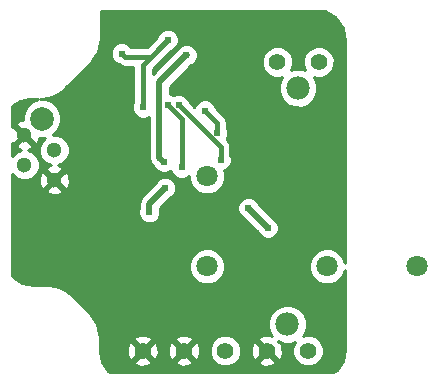
<source format=gbr>
G04 #@! TF.FileFunction,Copper,L2,Bot,Signal*
%FSLAX46Y46*%
G04 Gerber Fmt 4.6, Leading zero omitted, Abs format (unit mm)*
G04 Created by KiCad (PCBNEW 4.0.7-e2-6376~58~ubuntu16.04.1) date Fri Apr  6 19:10:20 2018*
%MOMM*%
%LPD*%
G01*
G04 APERTURE LIST*
%ADD10C,0.100000*%
%ADD11C,1.397000*%
%ADD12C,1.981000*%
%ADD13C,1.800000*%
%ADD14C,1.300000*%
%ADD15C,2.000000*%
%ADD16C,0.609600*%
%ADD17C,0.508000*%
%ADD18C,0.381000*%
%ADD19C,0.254000*%
G04 APERTURE END LIST*
D10*
D11*
X166870260Y-96019620D03*
X163370260Y-96019620D03*
D12*
X165120260Y-98249620D03*
D13*
X157416500Y-113317020D03*
X167576500Y-113317020D03*
X175196500Y-113317020D03*
X157416500Y-105697020D03*
D11*
X162463120Y-120462040D03*
X165963120Y-120462040D03*
D12*
X164213120Y-118232040D03*
D11*
X158963120Y-120462040D03*
X155463120Y-120462040D03*
X151963120Y-120462040D03*
D14*
X141945360Y-104749600D03*
X141945360Y-102209600D03*
X144485360Y-103479600D03*
X144485360Y-106019600D03*
D15*
X143445360Y-100809600D03*
D16*
X153868120Y-106674920D03*
X152516840Y-108732320D03*
X160116520Y-97403920D03*
X150147500Y-113604040D03*
X159974280Y-103342440D03*
X153751280Y-104495600D03*
X155666440Y-95443040D03*
X157236160Y-100136960D03*
X158287720Y-102026720D03*
X151993600Y-99872800D03*
X150180040Y-95305880D03*
X154096720Y-94147640D03*
X155034871Y-99691764D03*
X158556960Y-104322880D03*
X160903920Y-108386880D03*
X162570160Y-110073440D03*
X155254960Y-104947720D03*
X154086560Y-99659440D03*
D17*
X152516840Y-108732320D02*
X152516840Y-108026200D01*
X152516840Y-108026200D02*
X153868120Y-106674920D01*
X155666440Y-95443040D02*
X153375359Y-97734121D01*
X153375359Y-97734121D02*
X153375359Y-104119679D01*
X153375359Y-104119679D02*
X153751280Y-104495600D01*
X155676600Y-95453200D02*
X155666440Y-95443040D01*
D18*
X158287720Y-102026720D02*
X158287720Y-101188520D01*
X158287720Y-101188520D02*
X157236160Y-100136960D01*
X154096720Y-94147640D02*
X151993600Y-96250760D01*
X151993600Y-96250760D02*
X151993600Y-99872800D01*
X150180040Y-95305880D02*
X150484839Y-95610679D01*
X150484839Y-95610679D02*
X152633681Y-95610679D01*
X152633681Y-95610679D02*
X153791921Y-94452439D01*
X153791921Y-94452439D02*
X154096720Y-94147640D01*
X158556960Y-104322880D02*
X158556960Y-103213853D01*
X158556960Y-103213853D02*
X155034871Y-99691764D01*
D17*
X162570160Y-110073440D02*
X162570160Y-110053120D01*
X162570160Y-110053120D02*
X160903920Y-108386880D01*
D18*
X154086560Y-99659440D02*
X155254960Y-100827840D01*
X155254960Y-100827840D02*
X155254960Y-104947720D01*
D19*
G36*
X168264878Y-92227362D02*
X168887127Y-93158623D01*
X169108120Y-94269629D01*
X169108120Y-113004207D01*
X168878568Y-112448649D01*
X168447143Y-112016469D01*
X167883170Y-111782287D01*
X167272509Y-111781755D01*
X166708129Y-112014952D01*
X166275949Y-112446377D01*
X166041767Y-113010350D01*
X166041235Y-113621011D01*
X166274432Y-114185391D01*
X166705857Y-114617571D01*
X167269830Y-114851753D01*
X167880491Y-114852285D01*
X168444871Y-114619088D01*
X168877051Y-114187663D01*
X169108120Y-113631187D01*
X169108120Y-120345391D01*
X168917695Y-121302719D01*
X168382498Y-122103698D01*
X168086766Y-122301300D01*
X149208766Y-122301300D01*
X149002106Y-122163214D01*
X148510957Y-121428158D01*
X148504606Y-121396228D01*
X151208537Y-121396228D01*
X151270191Y-121631840D01*
X151770600Y-121807967D01*
X152300319Y-121779188D01*
X152656049Y-121631840D01*
X152717703Y-121396228D01*
X154708537Y-121396228D01*
X154770191Y-121631840D01*
X155270600Y-121807967D01*
X155800319Y-121779188D01*
X156156049Y-121631840D01*
X156217703Y-121396228D01*
X155463120Y-120641645D01*
X154708537Y-121396228D01*
X152717703Y-121396228D01*
X151963120Y-120641645D01*
X151208537Y-121396228D01*
X148504606Y-121396228D01*
X148336000Y-120548591D01*
X148336000Y-120269520D01*
X150617193Y-120269520D01*
X150645972Y-120799239D01*
X150793320Y-121154969D01*
X151028932Y-121216623D01*
X151783515Y-120462040D01*
X152142725Y-120462040D01*
X152897308Y-121216623D01*
X153132920Y-121154969D01*
X153309047Y-120654560D01*
X153288129Y-120269520D01*
X154117193Y-120269520D01*
X154145972Y-120799239D01*
X154293320Y-121154969D01*
X154528932Y-121216623D01*
X155283515Y-120462040D01*
X155642725Y-120462040D01*
X156397308Y-121216623D01*
X156632920Y-121154969D01*
X156783858Y-120726126D01*
X157629389Y-120726126D01*
X157831974Y-121216420D01*
X158206767Y-121591867D01*
X158696707Y-121795308D01*
X159227206Y-121795771D01*
X159717500Y-121593186D01*
X159914801Y-121396228D01*
X161708537Y-121396228D01*
X161770191Y-121631840D01*
X162270600Y-121807967D01*
X162800319Y-121779188D01*
X163156049Y-121631840D01*
X163217703Y-121396228D01*
X162463120Y-120641645D01*
X161708537Y-121396228D01*
X159914801Y-121396228D01*
X160092947Y-121218393D01*
X160296388Y-120728453D01*
X160296788Y-120269520D01*
X161117193Y-120269520D01*
X161145972Y-120799239D01*
X161293320Y-121154969D01*
X161528932Y-121216623D01*
X162283515Y-120462040D01*
X161528932Y-119707457D01*
X161293320Y-119769111D01*
X161117193Y-120269520D01*
X160296788Y-120269520D01*
X160296851Y-120197954D01*
X160094266Y-119707660D01*
X159914772Y-119527852D01*
X161708537Y-119527852D01*
X162463120Y-120282435D01*
X162477263Y-120268293D01*
X162656868Y-120447898D01*
X162642725Y-120462040D01*
X163397308Y-121216623D01*
X163632920Y-121154969D01*
X163809047Y-120654560D01*
X163780268Y-120124841D01*
X163632920Y-119769111D01*
X163397310Y-119707458D01*
X163435542Y-119669226D01*
X163888370Y-119857257D01*
X164535033Y-119857821D01*
X164818809Y-119740567D01*
X164629852Y-120195627D01*
X164629389Y-120726126D01*
X164831974Y-121216420D01*
X165206767Y-121591867D01*
X165696707Y-121795308D01*
X166227206Y-121795771D01*
X166717500Y-121593186D01*
X167092947Y-121218393D01*
X167296388Y-120728453D01*
X167296851Y-120197954D01*
X167094266Y-119707660D01*
X166719473Y-119332213D01*
X166229533Y-119128772D01*
X165699034Y-119128309D01*
X165557526Y-119186779D01*
X165590348Y-119154014D01*
X165838337Y-118556790D01*
X165838901Y-117910127D01*
X165591955Y-117312471D01*
X165135094Y-116854812D01*
X164537870Y-116606823D01*
X163891207Y-116606259D01*
X163293551Y-116853205D01*
X162835892Y-117310066D01*
X162587903Y-117907290D01*
X162587339Y-118553953D01*
X162834285Y-119151609D01*
X162876424Y-119193821D01*
X162655640Y-119116113D01*
X162125921Y-119144892D01*
X161770191Y-119292240D01*
X161708537Y-119527852D01*
X159914772Y-119527852D01*
X159719473Y-119332213D01*
X159229533Y-119128772D01*
X158699034Y-119128309D01*
X158208740Y-119330894D01*
X157833293Y-119705687D01*
X157629852Y-120195627D01*
X157629389Y-120726126D01*
X156783858Y-120726126D01*
X156809047Y-120654560D01*
X156780268Y-120124841D01*
X156632920Y-119769111D01*
X156397308Y-119707457D01*
X155642725Y-120462040D01*
X155283515Y-120462040D01*
X154528932Y-119707457D01*
X154293320Y-119769111D01*
X154117193Y-120269520D01*
X153288129Y-120269520D01*
X153280268Y-120124841D01*
X153132920Y-119769111D01*
X152897308Y-119707457D01*
X152142725Y-120462040D01*
X151783515Y-120462040D01*
X151028932Y-119707457D01*
X150793320Y-119769111D01*
X150617193Y-120269520D01*
X148336000Y-120269520D01*
X148336000Y-119527852D01*
X151208537Y-119527852D01*
X151963120Y-120282435D01*
X152717703Y-119527852D01*
X154708537Y-119527852D01*
X155463120Y-120282435D01*
X156217703Y-119527852D01*
X156156049Y-119292240D01*
X155655640Y-119116113D01*
X155125921Y-119144892D01*
X154770191Y-119292240D01*
X154708537Y-119527852D01*
X152717703Y-119527852D01*
X152656049Y-119292240D01*
X152155640Y-119116113D01*
X151625921Y-119144892D01*
X151270191Y-119292240D01*
X151208537Y-119527852D01*
X148336000Y-119527852D01*
X148336000Y-119408521D01*
X148333560Y-119383745D01*
X148105199Y-118235694D01*
X148086236Y-118189913D01*
X147435917Y-117216643D01*
X147420123Y-117197397D01*
X146043123Y-115820397D01*
X146030633Y-115809444D01*
X145409312Y-115332688D01*
X145380600Y-115316111D01*
X144657057Y-115016410D01*
X144625033Y-115007830D01*
X143848576Y-114905607D01*
X143831999Y-114904520D01*
X142636049Y-114904520D01*
X141735098Y-114725309D01*
X140981913Y-114222047D01*
X140893500Y-114089728D01*
X140893500Y-113621011D01*
X155881235Y-113621011D01*
X156114432Y-114185391D01*
X156545857Y-114617571D01*
X157109830Y-114851753D01*
X157720491Y-114852285D01*
X158284871Y-114619088D01*
X158717051Y-114187663D01*
X158951233Y-113623690D01*
X158951765Y-113013029D01*
X158718568Y-112448649D01*
X158287143Y-112016469D01*
X157723170Y-111782287D01*
X157112509Y-111781755D01*
X156548129Y-112014952D01*
X156115949Y-112446377D01*
X155881767Y-113010350D01*
X155881235Y-113621011D01*
X140893500Y-113621011D01*
X140893500Y-108918438D01*
X151576877Y-108918438D01*
X151719652Y-109263979D01*
X151983791Y-109528579D01*
X152329082Y-109671957D01*
X152702958Y-109672283D01*
X153048499Y-109529508D01*
X153313099Y-109265369D01*
X153456477Y-108920078D01*
X153456779Y-108572998D01*
X159963957Y-108572998D01*
X160106732Y-108918539D01*
X160370871Y-109183139D01*
X160494121Y-109234317D01*
X161708240Y-110448436D01*
X161772972Y-110605099D01*
X162037111Y-110869699D01*
X162382402Y-111013077D01*
X162756278Y-111013403D01*
X163101819Y-110870628D01*
X163366419Y-110606489D01*
X163509797Y-110261198D01*
X163510123Y-109887322D01*
X163367348Y-109541781D01*
X163103209Y-109277181D01*
X163014708Y-109240432D01*
X161751532Y-107977256D01*
X161701108Y-107855221D01*
X161436969Y-107590621D01*
X161091678Y-107447243D01*
X160717802Y-107446917D01*
X160372261Y-107589692D01*
X160107661Y-107853831D01*
X159964283Y-108199122D01*
X159963957Y-108572998D01*
X153456779Y-108572998D01*
X153456803Y-108546202D01*
X153405840Y-108422862D01*
X153405840Y-108394436D01*
X154277744Y-107522532D01*
X154399779Y-107472108D01*
X154664379Y-107207969D01*
X154807757Y-106862678D01*
X154808083Y-106488802D01*
X154665308Y-106143261D01*
X154401169Y-105878661D01*
X154055878Y-105735283D01*
X153682002Y-105734957D01*
X153336461Y-105877732D01*
X153071861Y-106141871D01*
X153020683Y-106265121D01*
X151888222Y-107397582D01*
X151695511Y-107685994D01*
X151627840Y-108026200D01*
X151627840Y-108422615D01*
X151577203Y-108544562D01*
X151576877Y-108918438D01*
X140893500Y-108918438D01*
X140893500Y-106918616D01*
X143765950Y-106918616D01*
X143821631Y-107149211D01*
X144304438Y-107317222D01*
X144814788Y-107287683D01*
X145149089Y-107149211D01*
X145204770Y-106918616D01*
X144485360Y-106199205D01*
X143765950Y-106918616D01*
X140893500Y-106918616D01*
X140893500Y-105514755D01*
X141216515Y-105838335D01*
X141688636Y-106034377D01*
X142199841Y-106034823D01*
X142672303Y-105839605D01*
X142673231Y-105838678D01*
X143187738Y-105838678D01*
X143217277Y-106349028D01*
X143355749Y-106683329D01*
X143586344Y-106739010D01*
X144305755Y-106019600D01*
X144664965Y-106019600D01*
X145384376Y-106739010D01*
X145614971Y-106683329D01*
X145782982Y-106200522D01*
X145753443Y-105690172D01*
X145614971Y-105355871D01*
X145384376Y-105300190D01*
X144664965Y-106019600D01*
X144305755Y-106019600D01*
X143586344Y-105300190D01*
X143355749Y-105355871D01*
X143187738Y-105838678D01*
X142673231Y-105838678D01*
X143034095Y-105478445D01*
X143230137Y-105006324D01*
X143230583Y-104495119D01*
X143035365Y-104022657D01*
X142674205Y-103660865D01*
X142238160Y-103479803D01*
X142274788Y-103477683D01*
X142609089Y-103339211D01*
X142664770Y-103108616D01*
X141945360Y-102389205D01*
X141225950Y-103108616D01*
X141281631Y-103339211D01*
X141668220Y-103473739D01*
X141218417Y-103659595D01*
X140893500Y-103983944D01*
X140893500Y-102892103D01*
X141046344Y-102929010D01*
X141765755Y-102209600D01*
X141046344Y-101490190D01*
X140893500Y-101527097D01*
X140893500Y-99772061D01*
X141543803Y-99337543D01*
X142326170Y-99181920D01*
X143103162Y-99181920D01*
X142520417Y-99422706D01*
X142060082Y-99882237D01*
X141810644Y-100482952D01*
X141810253Y-100930270D01*
X141615932Y-100941517D01*
X141281631Y-101079989D01*
X141225950Y-101310584D01*
X141945360Y-102029995D01*
X141959503Y-102015853D01*
X142139108Y-102195458D01*
X142124965Y-102209600D01*
X142844376Y-102929010D01*
X143074971Y-102873329D01*
X143224230Y-102444408D01*
X143703089Y-102444826D01*
X143396625Y-102750755D01*
X143200583Y-103222876D01*
X143200137Y-103734081D01*
X143395355Y-104206543D01*
X143756515Y-104568335D01*
X144192560Y-104749397D01*
X144155932Y-104751517D01*
X143821631Y-104889989D01*
X143765950Y-105120584D01*
X144485360Y-105839995D01*
X145204770Y-105120584D01*
X145149089Y-104889989D01*
X144762500Y-104755461D01*
X145212303Y-104569605D01*
X145574095Y-104208445D01*
X145770137Y-103736324D01*
X145770583Y-103225119D01*
X145575365Y-102752657D01*
X145214205Y-102390865D01*
X144742084Y-102194823D01*
X144372300Y-102194500D01*
X144830638Y-101736963D01*
X145080076Y-101136248D01*
X145080644Y-100485805D01*
X144832254Y-99884657D01*
X144372723Y-99424322D01*
X143772008Y-99174884D01*
X143277284Y-99174452D01*
X144005273Y-99078610D01*
X144037297Y-99070030D01*
X144760840Y-98770329D01*
X144789552Y-98753752D01*
X145410873Y-98276996D01*
X145423363Y-98266043D01*
X147486163Y-96203243D01*
X147501957Y-96183997D01*
X147964336Y-95491998D01*
X149240077Y-95491998D01*
X149382852Y-95837539D01*
X149646991Y-96102139D01*
X149953576Y-96229445D01*
X150168933Y-96373342D01*
X150484839Y-96436180D01*
X150484844Y-96436179D01*
X151168100Y-96436179D01*
X151168100Y-99410171D01*
X151053963Y-99685042D01*
X151053637Y-100058918D01*
X151196412Y-100404459D01*
X151460551Y-100669059D01*
X151805842Y-100812437D01*
X152179718Y-100812763D01*
X152486359Y-100686061D01*
X152486359Y-104119679D01*
X152554030Y-104459885D01*
X152702254Y-104681718D01*
X152746741Y-104748297D01*
X152903668Y-104905224D01*
X152954092Y-105027259D01*
X153218231Y-105291859D01*
X153563522Y-105435237D01*
X153937398Y-105435563D01*
X154282939Y-105292788D01*
X154352133Y-105223714D01*
X154457772Y-105479379D01*
X154721911Y-105743979D01*
X155067202Y-105887357D01*
X155441078Y-105887683D01*
X155786619Y-105744908D01*
X155881541Y-105650152D01*
X155881235Y-106001011D01*
X156114432Y-106565391D01*
X156545857Y-106997571D01*
X157109830Y-107231753D01*
X157720491Y-107232285D01*
X158284871Y-106999088D01*
X158717051Y-106567663D01*
X158951233Y-106003690D01*
X158951765Y-105393029D01*
X158875385Y-105208175D01*
X159088619Y-105120068D01*
X159353219Y-104855929D01*
X159496597Y-104510638D01*
X159496923Y-104136762D01*
X159382460Y-103859741D01*
X159382460Y-103213853D01*
X159319623Y-102897948D01*
X159319623Y-102897947D01*
X159140677Y-102630136D01*
X159077139Y-102566598D01*
X159083979Y-102559769D01*
X159227357Y-102214478D01*
X159227683Y-101840602D01*
X159113220Y-101563581D01*
X159113220Y-101188520D01*
X159050383Y-100872615D01*
X158871437Y-100604803D01*
X158871434Y-100604801D01*
X158147005Y-99880371D01*
X158033348Y-99605301D01*
X157769209Y-99340701D01*
X157423918Y-99197323D01*
X157050042Y-99196997D01*
X156704501Y-99339772D01*
X156439901Y-99603911D01*
X156344413Y-99833872D01*
X155945716Y-99435175D01*
X155832059Y-99160105D01*
X155567920Y-98895505D01*
X155222629Y-98752127D01*
X154848753Y-98751801D01*
X154599451Y-98854811D01*
X154274318Y-98719803D01*
X154264359Y-98719794D01*
X154264359Y-98102357D01*
X156076064Y-96290652D01*
X156092874Y-96283706D01*
X162036529Y-96283706D01*
X162239114Y-96774000D01*
X162613907Y-97149447D01*
X163103847Y-97352888D01*
X163634346Y-97353351D01*
X163775854Y-97294881D01*
X163743032Y-97327646D01*
X163495043Y-97924870D01*
X163494479Y-98571533D01*
X163741425Y-99169189D01*
X164198286Y-99626848D01*
X164795510Y-99874837D01*
X165442173Y-99875401D01*
X166039829Y-99628455D01*
X166497488Y-99171594D01*
X166745477Y-98574370D01*
X166746041Y-97927707D01*
X166499095Y-97330051D01*
X166463870Y-97294764D01*
X166603847Y-97352888D01*
X167134346Y-97353351D01*
X167624640Y-97150766D01*
X168000087Y-96775973D01*
X168203528Y-96286033D01*
X168203991Y-95755534D01*
X168001406Y-95265240D01*
X167626613Y-94889793D01*
X167136673Y-94686352D01*
X166606174Y-94685889D01*
X166115880Y-94888474D01*
X165740433Y-95263267D01*
X165536992Y-95753207D01*
X165536529Y-96283706D01*
X165725411Y-96740836D01*
X165445010Y-96624403D01*
X164798347Y-96623839D01*
X164514571Y-96741093D01*
X164703528Y-96286033D01*
X164703991Y-95755534D01*
X164501406Y-95265240D01*
X164126613Y-94889793D01*
X163636673Y-94686352D01*
X163106174Y-94685889D01*
X162615880Y-94888474D01*
X162240433Y-95263267D01*
X162036992Y-95753207D01*
X162036529Y-96283706D01*
X156092874Y-96283706D01*
X156198099Y-96240228D01*
X156462699Y-95976089D01*
X156606077Y-95630798D01*
X156606403Y-95256922D01*
X156463628Y-94911381D01*
X156199489Y-94646781D01*
X155854198Y-94503403D01*
X155480322Y-94503077D01*
X155134781Y-94645852D01*
X154870181Y-94909991D01*
X154819003Y-95033241D01*
X152819100Y-97033144D01*
X152819100Y-96592694D01*
X154353309Y-95058485D01*
X154628379Y-94944828D01*
X154892979Y-94680689D01*
X155036357Y-94335398D01*
X155036683Y-93961522D01*
X154893908Y-93615981D01*
X154629769Y-93351381D01*
X154284478Y-93208003D01*
X153910602Y-93207677D01*
X153565061Y-93350452D01*
X153300461Y-93614591D01*
X153185515Y-93891411D01*
X152291747Y-94785179D01*
X150981756Y-94785179D01*
X150977228Y-94774221D01*
X150713089Y-94509621D01*
X150367798Y-94366243D01*
X149993922Y-94365917D01*
X149648381Y-94508692D01*
X149383781Y-94772831D01*
X149240403Y-95118122D01*
X149240077Y-95491998D01*
X147964336Y-95491998D01*
X148152276Y-95210727D01*
X148171239Y-95164946D01*
X148399600Y-94016895D01*
X148402040Y-93992119D01*
X148402040Y-91671300D01*
X167432673Y-91671300D01*
X168264878Y-92227362D01*
X168264878Y-92227362D01*
G37*
X168264878Y-92227362D02*
X168887127Y-93158623D01*
X169108120Y-94269629D01*
X169108120Y-113004207D01*
X168878568Y-112448649D01*
X168447143Y-112016469D01*
X167883170Y-111782287D01*
X167272509Y-111781755D01*
X166708129Y-112014952D01*
X166275949Y-112446377D01*
X166041767Y-113010350D01*
X166041235Y-113621011D01*
X166274432Y-114185391D01*
X166705857Y-114617571D01*
X167269830Y-114851753D01*
X167880491Y-114852285D01*
X168444871Y-114619088D01*
X168877051Y-114187663D01*
X169108120Y-113631187D01*
X169108120Y-120345391D01*
X168917695Y-121302719D01*
X168382498Y-122103698D01*
X168086766Y-122301300D01*
X149208766Y-122301300D01*
X149002106Y-122163214D01*
X148510957Y-121428158D01*
X148504606Y-121396228D01*
X151208537Y-121396228D01*
X151270191Y-121631840D01*
X151770600Y-121807967D01*
X152300319Y-121779188D01*
X152656049Y-121631840D01*
X152717703Y-121396228D01*
X154708537Y-121396228D01*
X154770191Y-121631840D01*
X155270600Y-121807967D01*
X155800319Y-121779188D01*
X156156049Y-121631840D01*
X156217703Y-121396228D01*
X155463120Y-120641645D01*
X154708537Y-121396228D01*
X152717703Y-121396228D01*
X151963120Y-120641645D01*
X151208537Y-121396228D01*
X148504606Y-121396228D01*
X148336000Y-120548591D01*
X148336000Y-120269520D01*
X150617193Y-120269520D01*
X150645972Y-120799239D01*
X150793320Y-121154969D01*
X151028932Y-121216623D01*
X151783515Y-120462040D01*
X152142725Y-120462040D01*
X152897308Y-121216623D01*
X153132920Y-121154969D01*
X153309047Y-120654560D01*
X153288129Y-120269520D01*
X154117193Y-120269520D01*
X154145972Y-120799239D01*
X154293320Y-121154969D01*
X154528932Y-121216623D01*
X155283515Y-120462040D01*
X155642725Y-120462040D01*
X156397308Y-121216623D01*
X156632920Y-121154969D01*
X156783858Y-120726126D01*
X157629389Y-120726126D01*
X157831974Y-121216420D01*
X158206767Y-121591867D01*
X158696707Y-121795308D01*
X159227206Y-121795771D01*
X159717500Y-121593186D01*
X159914801Y-121396228D01*
X161708537Y-121396228D01*
X161770191Y-121631840D01*
X162270600Y-121807967D01*
X162800319Y-121779188D01*
X163156049Y-121631840D01*
X163217703Y-121396228D01*
X162463120Y-120641645D01*
X161708537Y-121396228D01*
X159914801Y-121396228D01*
X160092947Y-121218393D01*
X160296388Y-120728453D01*
X160296788Y-120269520D01*
X161117193Y-120269520D01*
X161145972Y-120799239D01*
X161293320Y-121154969D01*
X161528932Y-121216623D01*
X162283515Y-120462040D01*
X161528932Y-119707457D01*
X161293320Y-119769111D01*
X161117193Y-120269520D01*
X160296788Y-120269520D01*
X160296851Y-120197954D01*
X160094266Y-119707660D01*
X159914772Y-119527852D01*
X161708537Y-119527852D01*
X162463120Y-120282435D01*
X162477263Y-120268293D01*
X162656868Y-120447898D01*
X162642725Y-120462040D01*
X163397308Y-121216623D01*
X163632920Y-121154969D01*
X163809047Y-120654560D01*
X163780268Y-120124841D01*
X163632920Y-119769111D01*
X163397310Y-119707458D01*
X163435542Y-119669226D01*
X163888370Y-119857257D01*
X164535033Y-119857821D01*
X164818809Y-119740567D01*
X164629852Y-120195627D01*
X164629389Y-120726126D01*
X164831974Y-121216420D01*
X165206767Y-121591867D01*
X165696707Y-121795308D01*
X166227206Y-121795771D01*
X166717500Y-121593186D01*
X167092947Y-121218393D01*
X167296388Y-120728453D01*
X167296851Y-120197954D01*
X167094266Y-119707660D01*
X166719473Y-119332213D01*
X166229533Y-119128772D01*
X165699034Y-119128309D01*
X165557526Y-119186779D01*
X165590348Y-119154014D01*
X165838337Y-118556790D01*
X165838901Y-117910127D01*
X165591955Y-117312471D01*
X165135094Y-116854812D01*
X164537870Y-116606823D01*
X163891207Y-116606259D01*
X163293551Y-116853205D01*
X162835892Y-117310066D01*
X162587903Y-117907290D01*
X162587339Y-118553953D01*
X162834285Y-119151609D01*
X162876424Y-119193821D01*
X162655640Y-119116113D01*
X162125921Y-119144892D01*
X161770191Y-119292240D01*
X161708537Y-119527852D01*
X159914772Y-119527852D01*
X159719473Y-119332213D01*
X159229533Y-119128772D01*
X158699034Y-119128309D01*
X158208740Y-119330894D01*
X157833293Y-119705687D01*
X157629852Y-120195627D01*
X157629389Y-120726126D01*
X156783858Y-120726126D01*
X156809047Y-120654560D01*
X156780268Y-120124841D01*
X156632920Y-119769111D01*
X156397308Y-119707457D01*
X155642725Y-120462040D01*
X155283515Y-120462040D01*
X154528932Y-119707457D01*
X154293320Y-119769111D01*
X154117193Y-120269520D01*
X153288129Y-120269520D01*
X153280268Y-120124841D01*
X153132920Y-119769111D01*
X152897308Y-119707457D01*
X152142725Y-120462040D01*
X151783515Y-120462040D01*
X151028932Y-119707457D01*
X150793320Y-119769111D01*
X150617193Y-120269520D01*
X148336000Y-120269520D01*
X148336000Y-119527852D01*
X151208537Y-119527852D01*
X151963120Y-120282435D01*
X152717703Y-119527852D01*
X154708537Y-119527852D01*
X155463120Y-120282435D01*
X156217703Y-119527852D01*
X156156049Y-119292240D01*
X155655640Y-119116113D01*
X155125921Y-119144892D01*
X154770191Y-119292240D01*
X154708537Y-119527852D01*
X152717703Y-119527852D01*
X152656049Y-119292240D01*
X152155640Y-119116113D01*
X151625921Y-119144892D01*
X151270191Y-119292240D01*
X151208537Y-119527852D01*
X148336000Y-119527852D01*
X148336000Y-119408521D01*
X148333560Y-119383745D01*
X148105199Y-118235694D01*
X148086236Y-118189913D01*
X147435917Y-117216643D01*
X147420123Y-117197397D01*
X146043123Y-115820397D01*
X146030633Y-115809444D01*
X145409312Y-115332688D01*
X145380600Y-115316111D01*
X144657057Y-115016410D01*
X144625033Y-115007830D01*
X143848576Y-114905607D01*
X143831999Y-114904520D01*
X142636049Y-114904520D01*
X141735098Y-114725309D01*
X140981913Y-114222047D01*
X140893500Y-114089728D01*
X140893500Y-113621011D01*
X155881235Y-113621011D01*
X156114432Y-114185391D01*
X156545857Y-114617571D01*
X157109830Y-114851753D01*
X157720491Y-114852285D01*
X158284871Y-114619088D01*
X158717051Y-114187663D01*
X158951233Y-113623690D01*
X158951765Y-113013029D01*
X158718568Y-112448649D01*
X158287143Y-112016469D01*
X157723170Y-111782287D01*
X157112509Y-111781755D01*
X156548129Y-112014952D01*
X156115949Y-112446377D01*
X155881767Y-113010350D01*
X155881235Y-113621011D01*
X140893500Y-113621011D01*
X140893500Y-108918438D01*
X151576877Y-108918438D01*
X151719652Y-109263979D01*
X151983791Y-109528579D01*
X152329082Y-109671957D01*
X152702958Y-109672283D01*
X153048499Y-109529508D01*
X153313099Y-109265369D01*
X153456477Y-108920078D01*
X153456779Y-108572998D01*
X159963957Y-108572998D01*
X160106732Y-108918539D01*
X160370871Y-109183139D01*
X160494121Y-109234317D01*
X161708240Y-110448436D01*
X161772972Y-110605099D01*
X162037111Y-110869699D01*
X162382402Y-111013077D01*
X162756278Y-111013403D01*
X163101819Y-110870628D01*
X163366419Y-110606489D01*
X163509797Y-110261198D01*
X163510123Y-109887322D01*
X163367348Y-109541781D01*
X163103209Y-109277181D01*
X163014708Y-109240432D01*
X161751532Y-107977256D01*
X161701108Y-107855221D01*
X161436969Y-107590621D01*
X161091678Y-107447243D01*
X160717802Y-107446917D01*
X160372261Y-107589692D01*
X160107661Y-107853831D01*
X159964283Y-108199122D01*
X159963957Y-108572998D01*
X153456779Y-108572998D01*
X153456803Y-108546202D01*
X153405840Y-108422862D01*
X153405840Y-108394436D01*
X154277744Y-107522532D01*
X154399779Y-107472108D01*
X154664379Y-107207969D01*
X154807757Y-106862678D01*
X154808083Y-106488802D01*
X154665308Y-106143261D01*
X154401169Y-105878661D01*
X154055878Y-105735283D01*
X153682002Y-105734957D01*
X153336461Y-105877732D01*
X153071861Y-106141871D01*
X153020683Y-106265121D01*
X151888222Y-107397582D01*
X151695511Y-107685994D01*
X151627840Y-108026200D01*
X151627840Y-108422615D01*
X151577203Y-108544562D01*
X151576877Y-108918438D01*
X140893500Y-108918438D01*
X140893500Y-106918616D01*
X143765950Y-106918616D01*
X143821631Y-107149211D01*
X144304438Y-107317222D01*
X144814788Y-107287683D01*
X145149089Y-107149211D01*
X145204770Y-106918616D01*
X144485360Y-106199205D01*
X143765950Y-106918616D01*
X140893500Y-106918616D01*
X140893500Y-105514755D01*
X141216515Y-105838335D01*
X141688636Y-106034377D01*
X142199841Y-106034823D01*
X142672303Y-105839605D01*
X142673231Y-105838678D01*
X143187738Y-105838678D01*
X143217277Y-106349028D01*
X143355749Y-106683329D01*
X143586344Y-106739010D01*
X144305755Y-106019600D01*
X144664965Y-106019600D01*
X145384376Y-106739010D01*
X145614971Y-106683329D01*
X145782982Y-106200522D01*
X145753443Y-105690172D01*
X145614971Y-105355871D01*
X145384376Y-105300190D01*
X144664965Y-106019600D01*
X144305755Y-106019600D01*
X143586344Y-105300190D01*
X143355749Y-105355871D01*
X143187738Y-105838678D01*
X142673231Y-105838678D01*
X143034095Y-105478445D01*
X143230137Y-105006324D01*
X143230583Y-104495119D01*
X143035365Y-104022657D01*
X142674205Y-103660865D01*
X142238160Y-103479803D01*
X142274788Y-103477683D01*
X142609089Y-103339211D01*
X142664770Y-103108616D01*
X141945360Y-102389205D01*
X141225950Y-103108616D01*
X141281631Y-103339211D01*
X141668220Y-103473739D01*
X141218417Y-103659595D01*
X140893500Y-103983944D01*
X140893500Y-102892103D01*
X141046344Y-102929010D01*
X141765755Y-102209600D01*
X141046344Y-101490190D01*
X140893500Y-101527097D01*
X140893500Y-99772061D01*
X141543803Y-99337543D01*
X142326170Y-99181920D01*
X143103162Y-99181920D01*
X142520417Y-99422706D01*
X142060082Y-99882237D01*
X141810644Y-100482952D01*
X141810253Y-100930270D01*
X141615932Y-100941517D01*
X141281631Y-101079989D01*
X141225950Y-101310584D01*
X141945360Y-102029995D01*
X141959503Y-102015853D01*
X142139108Y-102195458D01*
X142124965Y-102209600D01*
X142844376Y-102929010D01*
X143074971Y-102873329D01*
X143224230Y-102444408D01*
X143703089Y-102444826D01*
X143396625Y-102750755D01*
X143200583Y-103222876D01*
X143200137Y-103734081D01*
X143395355Y-104206543D01*
X143756515Y-104568335D01*
X144192560Y-104749397D01*
X144155932Y-104751517D01*
X143821631Y-104889989D01*
X143765950Y-105120584D01*
X144485360Y-105839995D01*
X145204770Y-105120584D01*
X145149089Y-104889989D01*
X144762500Y-104755461D01*
X145212303Y-104569605D01*
X145574095Y-104208445D01*
X145770137Y-103736324D01*
X145770583Y-103225119D01*
X145575365Y-102752657D01*
X145214205Y-102390865D01*
X144742084Y-102194823D01*
X144372300Y-102194500D01*
X144830638Y-101736963D01*
X145080076Y-101136248D01*
X145080644Y-100485805D01*
X144832254Y-99884657D01*
X144372723Y-99424322D01*
X143772008Y-99174884D01*
X143277284Y-99174452D01*
X144005273Y-99078610D01*
X144037297Y-99070030D01*
X144760840Y-98770329D01*
X144789552Y-98753752D01*
X145410873Y-98276996D01*
X145423363Y-98266043D01*
X147486163Y-96203243D01*
X147501957Y-96183997D01*
X147964336Y-95491998D01*
X149240077Y-95491998D01*
X149382852Y-95837539D01*
X149646991Y-96102139D01*
X149953576Y-96229445D01*
X150168933Y-96373342D01*
X150484839Y-96436180D01*
X150484844Y-96436179D01*
X151168100Y-96436179D01*
X151168100Y-99410171D01*
X151053963Y-99685042D01*
X151053637Y-100058918D01*
X151196412Y-100404459D01*
X151460551Y-100669059D01*
X151805842Y-100812437D01*
X152179718Y-100812763D01*
X152486359Y-100686061D01*
X152486359Y-104119679D01*
X152554030Y-104459885D01*
X152702254Y-104681718D01*
X152746741Y-104748297D01*
X152903668Y-104905224D01*
X152954092Y-105027259D01*
X153218231Y-105291859D01*
X153563522Y-105435237D01*
X153937398Y-105435563D01*
X154282939Y-105292788D01*
X154352133Y-105223714D01*
X154457772Y-105479379D01*
X154721911Y-105743979D01*
X155067202Y-105887357D01*
X155441078Y-105887683D01*
X155786619Y-105744908D01*
X155881541Y-105650152D01*
X155881235Y-106001011D01*
X156114432Y-106565391D01*
X156545857Y-106997571D01*
X157109830Y-107231753D01*
X157720491Y-107232285D01*
X158284871Y-106999088D01*
X158717051Y-106567663D01*
X158951233Y-106003690D01*
X158951765Y-105393029D01*
X158875385Y-105208175D01*
X159088619Y-105120068D01*
X159353219Y-104855929D01*
X159496597Y-104510638D01*
X159496923Y-104136762D01*
X159382460Y-103859741D01*
X159382460Y-103213853D01*
X159319623Y-102897948D01*
X159319623Y-102897947D01*
X159140677Y-102630136D01*
X159077139Y-102566598D01*
X159083979Y-102559769D01*
X159227357Y-102214478D01*
X159227683Y-101840602D01*
X159113220Y-101563581D01*
X159113220Y-101188520D01*
X159050383Y-100872615D01*
X158871437Y-100604803D01*
X158871434Y-100604801D01*
X158147005Y-99880371D01*
X158033348Y-99605301D01*
X157769209Y-99340701D01*
X157423918Y-99197323D01*
X157050042Y-99196997D01*
X156704501Y-99339772D01*
X156439901Y-99603911D01*
X156344413Y-99833872D01*
X155945716Y-99435175D01*
X155832059Y-99160105D01*
X155567920Y-98895505D01*
X155222629Y-98752127D01*
X154848753Y-98751801D01*
X154599451Y-98854811D01*
X154274318Y-98719803D01*
X154264359Y-98719794D01*
X154264359Y-98102357D01*
X156076064Y-96290652D01*
X156092874Y-96283706D01*
X162036529Y-96283706D01*
X162239114Y-96774000D01*
X162613907Y-97149447D01*
X163103847Y-97352888D01*
X163634346Y-97353351D01*
X163775854Y-97294881D01*
X163743032Y-97327646D01*
X163495043Y-97924870D01*
X163494479Y-98571533D01*
X163741425Y-99169189D01*
X164198286Y-99626848D01*
X164795510Y-99874837D01*
X165442173Y-99875401D01*
X166039829Y-99628455D01*
X166497488Y-99171594D01*
X166745477Y-98574370D01*
X166746041Y-97927707D01*
X166499095Y-97330051D01*
X166463870Y-97294764D01*
X166603847Y-97352888D01*
X167134346Y-97353351D01*
X167624640Y-97150766D01*
X168000087Y-96775973D01*
X168203528Y-96286033D01*
X168203991Y-95755534D01*
X168001406Y-95265240D01*
X167626613Y-94889793D01*
X167136673Y-94686352D01*
X166606174Y-94685889D01*
X166115880Y-94888474D01*
X165740433Y-95263267D01*
X165536992Y-95753207D01*
X165536529Y-96283706D01*
X165725411Y-96740836D01*
X165445010Y-96624403D01*
X164798347Y-96623839D01*
X164514571Y-96741093D01*
X164703528Y-96286033D01*
X164703991Y-95755534D01*
X164501406Y-95265240D01*
X164126613Y-94889793D01*
X163636673Y-94686352D01*
X163106174Y-94685889D01*
X162615880Y-94888474D01*
X162240433Y-95263267D01*
X162036992Y-95753207D01*
X162036529Y-96283706D01*
X156092874Y-96283706D01*
X156198099Y-96240228D01*
X156462699Y-95976089D01*
X156606077Y-95630798D01*
X156606403Y-95256922D01*
X156463628Y-94911381D01*
X156199489Y-94646781D01*
X155854198Y-94503403D01*
X155480322Y-94503077D01*
X155134781Y-94645852D01*
X154870181Y-94909991D01*
X154819003Y-95033241D01*
X152819100Y-97033144D01*
X152819100Y-96592694D01*
X154353309Y-95058485D01*
X154628379Y-94944828D01*
X154892979Y-94680689D01*
X155036357Y-94335398D01*
X155036683Y-93961522D01*
X154893908Y-93615981D01*
X154629769Y-93351381D01*
X154284478Y-93208003D01*
X153910602Y-93207677D01*
X153565061Y-93350452D01*
X153300461Y-93614591D01*
X153185515Y-93891411D01*
X152291747Y-94785179D01*
X150981756Y-94785179D01*
X150977228Y-94774221D01*
X150713089Y-94509621D01*
X150367798Y-94366243D01*
X149993922Y-94365917D01*
X149648381Y-94508692D01*
X149383781Y-94772831D01*
X149240403Y-95118122D01*
X149240077Y-95491998D01*
X147964336Y-95491998D01*
X148152276Y-95210727D01*
X148171239Y-95164946D01*
X148399600Y-94016895D01*
X148402040Y-93992119D01*
X148402040Y-91671300D01*
X167432673Y-91671300D01*
X168264878Y-92227362D01*
M02*

</source>
